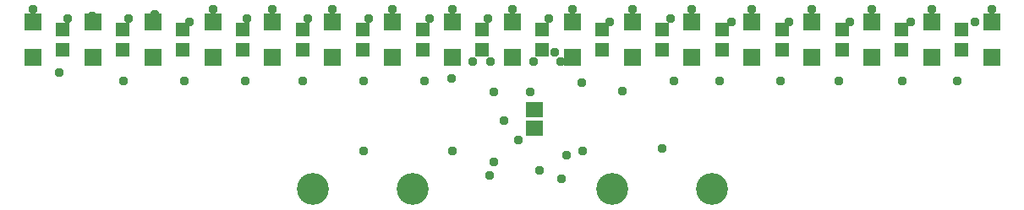
<source format=gbr>
G04 EAGLE Gerber RS-274X export*
G75*
%MOMM*%
%FSLAX34Y34*%
%LPD*%
%INSoldermask Bottom*%
%IPPOS*%
%AMOC8*
5,1,8,0,0,1.08239X$1,22.5*%
G01*
%ADD10R,1.703200X1.503200*%
%ADD11R,1.403200X1.403200*%
%ADD12R,1.703200X1.703200*%
%ADD13C,3.203200*%
%ADD14C,0.959600*%


D10*
X521728Y469996D03*
X521728Y450996D03*
D11*
X50000Y550500D03*
X50000Y529500D03*
X110000Y550500D03*
X110000Y529500D03*
X170000Y550500D03*
X170000Y529500D03*
X230000Y550500D03*
X230000Y529500D03*
X290000Y550500D03*
X290000Y529500D03*
X350000Y550500D03*
X350000Y529500D03*
X410000Y550500D03*
X410000Y529500D03*
X470000Y550500D03*
X470000Y529500D03*
X530000Y550500D03*
X530000Y529500D03*
X590000Y550500D03*
X590000Y529500D03*
X650000Y550500D03*
X650000Y529500D03*
X710000Y550500D03*
X710000Y529500D03*
X770000Y550500D03*
X770000Y529500D03*
X830000Y550500D03*
X830000Y529500D03*
X890000Y550500D03*
X890000Y529500D03*
X950000Y550500D03*
X950000Y529500D03*
D12*
X20000Y522500D03*
X20000Y557500D03*
X80000Y522500D03*
X80000Y557500D03*
X140000Y522500D03*
X140000Y557500D03*
X200000Y522500D03*
X200000Y557500D03*
X260000Y522500D03*
X260000Y557500D03*
X320000Y522500D03*
X320000Y557500D03*
X380000Y522500D03*
X380000Y557500D03*
X440000Y522500D03*
X440000Y557500D03*
X500000Y522500D03*
X500000Y557500D03*
X560000Y522500D03*
X560000Y557500D03*
X620000Y522500D03*
X620000Y557500D03*
X680000Y522500D03*
X680000Y557500D03*
X740000Y522500D03*
X740000Y557500D03*
X800000Y522500D03*
X800000Y557500D03*
X860000Y522500D03*
X860000Y557500D03*
X920000Y522500D03*
X920000Y557500D03*
X980000Y522500D03*
X980000Y557500D03*
D13*
X600000Y390000D03*
X300000Y390000D03*
X700000Y390000D03*
X400000Y390000D03*
D14*
X478536Y518160D03*
X505968Y438912D03*
X460248Y518160D03*
X521208Y518160D03*
X542544Y527304D03*
X477012Y403860D03*
X440248Y428160D03*
X570248Y428160D03*
X610248Y488160D03*
X110248Y498160D03*
X890248Y498160D03*
X171208Y498160D03*
X232168Y498160D03*
X46240Y507304D03*
X290080Y498160D03*
X351040Y498160D03*
X412000Y498160D03*
X491248Y458536D03*
X661936Y498160D03*
X707656Y498160D03*
X768616Y498160D03*
X826528Y498160D03*
X945400Y498160D03*
X351040Y428056D03*
X549160Y400624D03*
X649744Y431104D03*
X439432Y501208D03*
X54864Y560832D03*
X518160Y487680D03*
X527304Y408432D03*
X481584Y417576D03*
X481584Y487680D03*
X115824Y560832D03*
X176784Y557784D03*
X234696Y560832D03*
X295656Y560832D03*
X356616Y560832D03*
X417576Y560832D03*
X475488Y560832D03*
X536448Y560832D03*
X597408Y557784D03*
X658368Y560832D03*
X719328Y557784D03*
X777240Y557784D03*
X838200Y557784D03*
X899160Y557784D03*
X963168Y557784D03*
X569976Y496824D03*
X554736Y423672D03*
X20000Y570500D03*
X79248Y563880D03*
X548640Y518160D03*
X141732Y565404D03*
X200000Y570500D03*
X260000Y570500D03*
X320000Y570500D03*
X380000Y570500D03*
X440000Y570500D03*
X500000Y570500D03*
X560000Y570500D03*
X620000Y570500D03*
X680000Y570500D03*
X740000Y570500D03*
X800000Y570500D03*
X860000Y570500D03*
X920000Y570500D03*
X980000Y570500D03*
M02*

</source>
